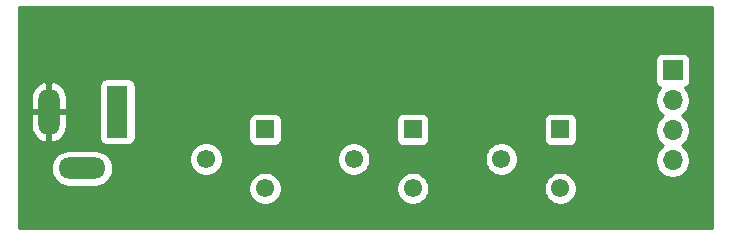
<source format=gbr>
%TF.GenerationSoftware,KiCad,Pcbnew,(5.1.6)-1*%
%TF.CreationDate,2020-12-19T18:50:18-05:00*%
%TF.ProjectId,driver_RGB,64726976-6572-45f5-9247-422e6b696361,rev?*%
%TF.SameCoordinates,Original*%
%TF.FileFunction,Copper,L2,Bot*%
%TF.FilePolarity,Positive*%
%FSLAX46Y46*%
G04 Gerber Fmt 4.6, Leading zero omitted, Abs format (unit mm)*
G04 Created by KiCad (PCBNEW (5.1.6)-1) date 2020-12-19 18:50:18*
%MOMM*%
%LPD*%
G01*
G04 APERTURE LIST*
%TA.AperFunction,ComponentPad*%
%ADD10C,1.550000*%
%TD*%
%TA.AperFunction,ComponentPad*%
%ADD11R,1.550000X1.550000*%
%TD*%
%TA.AperFunction,ComponentPad*%
%ADD12R,1.800000X4.400000*%
%TD*%
%TA.AperFunction,ComponentPad*%
%ADD13O,1.800000X4.000000*%
%TD*%
%TA.AperFunction,ComponentPad*%
%ADD14O,4.000000X1.800000*%
%TD*%
%TA.AperFunction,ComponentPad*%
%ADD15O,1.700000X1.700000*%
%TD*%
%TA.AperFunction,ComponentPad*%
%ADD16R,1.700000X1.700000*%
%TD*%
%TA.AperFunction,ViaPad*%
%ADD17C,0.800000*%
%TD*%
%TA.AperFunction,Conductor*%
%ADD18C,0.254000*%
%TD*%
G04 APERTURE END LIST*
D10*
%TO.P,RV3,2*%
%TO.N,Net-(R7-Pad1)*%
X144500000Y-93000000D03*
D11*
%TO.P,RV3,1*%
%TO.N,+12V*%
X149500000Y-90500000D03*
D10*
%TO.P,RV3,3*%
%TO.N,N/C*%
X149500000Y-95500000D03*
%TD*%
%TO.P,RV2,2*%
%TO.N,Net-(R4-Pad1)*%
X119500000Y-93000000D03*
D11*
%TO.P,RV2,1*%
%TO.N,+12V*%
X124500000Y-90500000D03*
D10*
%TO.P,RV2,3*%
%TO.N,N/C*%
X124500000Y-95500000D03*
%TD*%
%TO.P,RV1,2*%
%TO.N,Net-(R1-Pad1)*%
X132000000Y-93000000D03*
D11*
%TO.P,RV1,1*%
%TO.N,+12V*%
X137000000Y-90500000D03*
D10*
%TO.P,RV1,3*%
%TO.N,N/C*%
X137000000Y-95500000D03*
%TD*%
D12*
%TO.P,J2,1*%
%TO.N,+12V*%
X112000000Y-89000000D03*
D13*
%TO.P,J2,2*%
%TO.N,GND*%
X106200000Y-89000000D03*
D14*
%TO.P,J2,3*%
%TO.N,N/C*%
X109000000Y-93800000D03*
%TD*%
D15*
%TO.P,J1,4*%
%TO.N,/BLUE/BLUE*%
X159000000Y-93120000D03*
%TO.P,J1,3*%
%TO.N,/RED/RED*%
X159000000Y-90580000D03*
%TO.P,J1,2*%
%TO.N,/GREEN/GREEN*%
X159000000Y-88040000D03*
D16*
%TO.P,J1,1*%
%TO.N,+12V*%
X159000000Y-85500000D03*
%TD*%
D17*
%TO.N,GND*%
X143690000Y-82540000D03*
X134400000Y-88040000D03*
X130910000Y-82520000D03*
X122100000Y-88080000D03*
X147100000Y-88170000D03*
X156470000Y-87120000D03*
X156790000Y-91400000D03*
X157340000Y-95420000D03*
%TD*%
D18*
%TO.N,GND*%
G36*
X162340001Y-98840000D02*
G01*
X103660000Y-98840000D01*
X103660000Y-95361127D01*
X123090000Y-95361127D01*
X123090000Y-95638873D01*
X123144186Y-95911282D01*
X123250475Y-96167885D01*
X123404782Y-96398822D01*
X123601178Y-96595218D01*
X123832115Y-96749525D01*
X124088718Y-96855814D01*
X124361127Y-96910000D01*
X124638873Y-96910000D01*
X124911282Y-96855814D01*
X125167885Y-96749525D01*
X125398822Y-96595218D01*
X125595218Y-96398822D01*
X125749525Y-96167885D01*
X125855814Y-95911282D01*
X125910000Y-95638873D01*
X125910000Y-95361127D01*
X135590000Y-95361127D01*
X135590000Y-95638873D01*
X135644186Y-95911282D01*
X135750475Y-96167885D01*
X135904782Y-96398822D01*
X136101178Y-96595218D01*
X136332115Y-96749525D01*
X136588718Y-96855814D01*
X136861127Y-96910000D01*
X137138873Y-96910000D01*
X137411282Y-96855814D01*
X137667885Y-96749525D01*
X137898822Y-96595218D01*
X138095218Y-96398822D01*
X138249525Y-96167885D01*
X138355814Y-95911282D01*
X138410000Y-95638873D01*
X138410000Y-95361127D01*
X148090000Y-95361127D01*
X148090000Y-95638873D01*
X148144186Y-95911282D01*
X148250475Y-96167885D01*
X148404782Y-96398822D01*
X148601178Y-96595218D01*
X148832115Y-96749525D01*
X149088718Y-96855814D01*
X149361127Y-96910000D01*
X149638873Y-96910000D01*
X149911282Y-96855814D01*
X150167885Y-96749525D01*
X150398822Y-96595218D01*
X150595218Y-96398822D01*
X150749525Y-96167885D01*
X150855814Y-95911282D01*
X150910000Y-95638873D01*
X150910000Y-95361127D01*
X150855814Y-95088718D01*
X150749525Y-94832115D01*
X150595218Y-94601178D01*
X150398822Y-94404782D01*
X150167885Y-94250475D01*
X149911282Y-94144186D01*
X149638873Y-94090000D01*
X149361127Y-94090000D01*
X149088718Y-94144186D01*
X148832115Y-94250475D01*
X148601178Y-94404782D01*
X148404782Y-94601178D01*
X148250475Y-94832115D01*
X148144186Y-95088718D01*
X148090000Y-95361127D01*
X138410000Y-95361127D01*
X138355814Y-95088718D01*
X138249525Y-94832115D01*
X138095218Y-94601178D01*
X137898822Y-94404782D01*
X137667885Y-94250475D01*
X137411282Y-94144186D01*
X137138873Y-94090000D01*
X136861127Y-94090000D01*
X136588718Y-94144186D01*
X136332115Y-94250475D01*
X136101178Y-94404782D01*
X135904782Y-94601178D01*
X135750475Y-94832115D01*
X135644186Y-95088718D01*
X135590000Y-95361127D01*
X125910000Y-95361127D01*
X125855814Y-95088718D01*
X125749525Y-94832115D01*
X125595218Y-94601178D01*
X125398822Y-94404782D01*
X125167885Y-94250475D01*
X124911282Y-94144186D01*
X124638873Y-94090000D01*
X124361127Y-94090000D01*
X124088718Y-94144186D01*
X123832115Y-94250475D01*
X123601178Y-94404782D01*
X123404782Y-94601178D01*
X123250475Y-94832115D01*
X123144186Y-95088718D01*
X123090000Y-95361127D01*
X103660000Y-95361127D01*
X103660000Y-93800000D01*
X106357573Y-93800000D01*
X106387210Y-94100913D01*
X106474983Y-94390261D01*
X106617519Y-94656927D01*
X106809339Y-94890661D01*
X107043073Y-95082481D01*
X107309739Y-95225017D01*
X107599087Y-95312790D01*
X107824592Y-95335000D01*
X110175408Y-95335000D01*
X110400913Y-95312790D01*
X110690261Y-95225017D01*
X110956927Y-95082481D01*
X111190661Y-94890661D01*
X111382481Y-94656927D01*
X111525017Y-94390261D01*
X111612790Y-94100913D01*
X111642427Y-93800000D01*
X111612790Y-93499087D01*
X111525017Y-93209739D01*
X111382481Y-92943073D01*
X111315230Y-92861127D01*
X118090000Y-92861127D01*
X118090000Y-93138873D01*
X118144186Y-93411282D01*
X118250475Y-93667885D01*
X118404782Y-93898822D01*
X118601178Y-94095218D01*
X118832115Y-94249525D01*
X119088718Y-94355814D01*
X119361127Y-94410000D01*
X119638873Y-94410000D01*
X119911282Y-94355814D01*
X120167885Y-94249525D01*
X120398822Y-94095218D01*
X120595218Y-93898822D01*
X120749525Y-93667885D01*
X120855814Y-93411282D01*
X120910000Y-93138873D01*
X120910000Y-92861127D01*
X130590000Y-92861127D01*
X130590000Y-93138873D01*
X130644186Y-93411282D01*
X130750475Y-93667885D01*
X130904782Y-93898822D01*
X131101178Y-94095218D01*
X131332115Y-94249525D01*
X131588718Y-94355814D01*
X131861127Y-94410000D01*
X132138873Y-94410000D01*
X132411282Y-94355814D01*
X132667885Y-94249525D01*
X132898822Y-94095218D01*
X133095218Y-93898822D01*
X133249525Y-93667885D01*
X133355814Y-93411282D01*
X133410000Y-93138873D01*
X133410000Y-92861127D01*
X143090000Y-92861127D01*
X143090000Y-93138873D01*
X143144186Y-93411282D01*
X143250475Y-93667885D01*
X143404782Y-93898822D01*
X143601178Y-94095218D01*
X143832115Y-94249525D01*
X144088718Y-94355814D01*
X144361127Y-94410000D01*
X144638873Y-94410000D01*
X144911282Y-94355814D01*
X145167885Y-94249525D01*
X145398822Y-94095218D01*
X145595218Y-93898822D01*
X145749525Y-93667885D01*
X145855814Y-93411282D01*
X145910000Y-93138873D01*
X145910000Y-92861127D01*
X145855814Y-92588718D01*
X145749525Y-92332115D01*
X145595218Y-92101178D01*
X145398822Y-91904782D01*
X145167885Y-91750475D01*
X144911282Y-91644186D01*
X144638873Y-91590000D01*
X144361127Y-91590000D01*
X144088718Y-91644186D01*
X143832115Y-91750475D01*
X143601178Y-91904782D01*
X143404782Y-92101178D01*
X143250475Y-92332115D01*
X143144186Y-92588718D01*
X143090000Y-92861127D01*
X133410000Y-92861127D01*
X133355814Y-92588718D01*
X133249525Y-92332115D01*
X133095218Y-92101178D01*
X132898822Y-91904782D01*
X132667885Y-91750475D01*
X132411282Y-91644186D01*
X132138873Y-91590000D01*
X131861127Y-91590000D01*
X131588718Y-91644186D01*
X131332115Y-91750475D01*
X131101178Y-91904782D01*
X130904782Y-92101178D01*
X130750475Y-92332115D01*
X130644186Y-92588718D01*
X130590000Y-92861127D01*
X120910000Y-92861127D01*
X120855814Y-92588718D01*
X120749525Y-92332115D01*
X120595218Y-92101178D01*
X120398822Y-91904782D01*
X120167885Y-91750475D01*
X119911282Y-91644186D01*
X119638873Y-91590000D01*
X119361127Y-91590000D01*
X119088718Y-91644186D01*
X118832115Y-91750475D01*
X118601178Y-91904782D01*
X118404782Y-92101178D01*
X118250475Y-92332115D01*
X118144186Y-92588718D01*
X118090000Y-92861127D01*
X111315230Y-92861127D01*
X111190661Y-92709339D01*
X110956927Y-92517519D01*
X110690261Y-92374983D01*
X110400913Y-92287210D01*
X110175408Y-92265000D01*
X107824592Y-92265000D01*
X107599087Y-92287210D01*
X107309739Y-92374983D01*
X107043073Y-92517519D01*
X106809339Y-92709339D01*
X106617519Y-92943073D01*
X106474983Y-93209739D01*
X106387210Y-93499087D01*
X106357573Y-93800000D01*
X103660000Y-93800000D01*
X103660000Y-89127000D01*
X104665000Y-89127000D01*
X104665000Y-90227000D01*
X104719271Y-90524023D01*
X104830446Y-90804751D01*
X104994252Y-91058396D01*
X105204394Y-91275210D01*
X105452796Y-91446862D01*
X105729913Y-91566755D01*
X105835260Y-91591036D01*
X106073000Y-91470378D01*
X106073000Y-89127000D01*
X106327000Y-89127000D01*
X106327000Y-91470378D01*
X106564740Y-91591036D01*
X106670087Y-91566755D01*
X106947204Y-91446862D01*
X107195606Y-91275210D01*
X107405748Y-91058396D01*
X107569554Y-90804751D01*
X107680729Y-90524023D01*
X107735000Y-90227000D01*
X107735000Y-89127000D01*
X106327000Y-89127000D01*
X106073000Y-89127000D01*
X104665000Y-89127000D01*
X103660000Y-89127000D01*
X103660000Y-87773000D01*
X104665000Y-87773000D01*
X104665000Y-88873000D01*
X106073000Y-88873000D01*
X106073000Y-86529622D01*
X106327000Y-86529622D01*
X106327000Y-88873000D01*
X107735000Y-88873000D01*
X107735000Y-87773000D01*
X107680729Y-87475977D01*
X107569554Y-87195249D01*
X107405748Y-86941604D01*
X107268502Y-86800000D01*
X110461928Y-86800000D01*
X110461928Y-91200000D01*
X110474188Y-91324482D01*
X110510498Y-91444180D01*
X110569463Y-91554494D01*
X110648815Y-91651185D01*
X110745506Y-91730537D01*
X110855820Y-91789502D01*
X110975518Y-91825812D01*
X111100000Y-91838072D01*
X112900000Y-91838072D01*
X113024482Y-91825812D01*
X113144180Y-91789502D01*
X113254494Y-91730537D01*
X113351185Y-91651185D01*
X113430537Y-91554494D01*
X113489502Y-91444180D01*
X113525812Y-91324482D01*
X113538072Y-91200000D01*
X113538072Y-89725000D01*
X123086928Y-89725000D01*
X123086928Y-91275000D01*
X123099188Y-91399482D01*
X123135498Y-91519180D01*
X123194463Y-91629494D01*
X123273815Y-91726185D01*
X123370506Y-91805537D01*
X123480820Y-91864502D01*
X123600518Y-91900812D01*
X123725000Y-91913072D01*
X125275000Y-91913072D01*
X125399482Y-91900812D01*
X125519180Y-91864502D01*
X125629494Y-91805537D01*
X125726185Y-91726185D01*
X125805537Y-91629494D01*
X125864502Y-91519180D01*
X125900812Y-91399482D01*
X125913072Y-91275000D01*
X125913072Y-89725000D01*
X135586928Y-89725000D01*
X135586928Y-91275000D01*
X135599188Y-91399482D01*
X135635498Y-91519180D01*
X135694463Y-91629494D01*
X135773815Y-91726185D01*
X135870506Y-91805537D01*
X135980820Y-91864502D01*
X136100518Y-91900812D01*
X136225000Y-91913072D01*
X137775000Y-91913072D01*
X137899482Y-91900812D01*
X138019180Y-91864502D01*
X138129494Y-91805537D01*
X138226185Y-91726185D01*
X138305537Y-91629494D01*
X138364502Y-91519180D01*
X138400812Y-91399482D01*
X138413072Y-91275000D01*
X138413072Y-89725000D01*
X148086928Y-89725000D01*
X148086928Y-91275000D01*
X148099188Y-91399482D01*
X148135498Y-91519180D01*
X148194463Y-91629494D01*
X148273815Y-91726185D01*
X148370506Y-91805537D01*
X148480820Y-91864502D01*
X148600518Y-91900812D01*
X148725000Y-91913072D01*
X150275000Y-91913072D01*
X150399482Y-91900812D01*
X150519180Y-91864502D01*
X150629494Y-91805537D01*
X150726185Y-91726185D01*
X150805537Y-91629494D01*
X150864502Y-91519180D01*
X150900812Y-91399482D01*
X150913072Y-91275000D01*
X150913072Y-89725000D01*
X150900812Y-89600518D01*
X150864502Y-89480820D01*
X150805537Y-89370506D01*
X150726185Y-89273815D01*
X150629494Y-89194463D01*
X150519180Y-89135498D01*
X150399482Y-89099188D01*
X150275000Y-89086928D01*
X148725000Y-89086928D01*
X148600518Y-89099188D01*
X148480820Y-89135498D01*
X148370506Y-89194463D01*
X148273815Y-89273815D01*
X148194463Y-89370506D01*
X148135498Y-89480820D01*
X148099188Y-89600518D01*
X148086928Y-89725000D01*
X138413072Y-89725000D01*
X138400812Y-89600518D01*
X138364502Y-89480820D01*
X138305537Y-89370506D01*
X138226185Y-89273815D01*
X138129494Y-89194463D01*
X138019180Y-89135498D01*
X137899482Y-89099188D01*
X137775000Y-89086928D01*
X136225000Y-89086928D01*
X136100518Y-89099188D01*
X135980820Y-89135498D01*
X135870506Y-89194463D01*
X135773815Y-89273815D01*
X135694463Y-89370506D01*
X135635498Y-89480820D01*
X135599188Y-89600518D01*
X135586928Y-89725000D01*
X125913072Y-89725000D01*
X125900812Y-89600518D01*
X125864502Y-89480820D01*
X125805537Y-89370506D01*
X125726185Y-89273815D01*
X125629494Y-89194463D01*
X125519180Y-89135498D01*
X125399482Y-89099188D01*
X125275000Y-89086928D01*
X123725000Y-89086928D01*
X123600518Y-89099188D01*
X123480820Y-89135498D01*
X123370506Y-89194463D01*
X123273815Y-89273815D01*
X123194463Y-89370506D01*
X123135498Y-89480820D01*
X123099188Y-89600518D01*
X123086928Y-89725000D01*
X113538072Y-89725000D01*
X113538072Y-86800000D01*
X113525812Y-86675518D01*
X113489502Y-86555820D01*
X113430537Y-86445506D01*
X113351185Y-86348815D01*
X113254494Y-86269463D01*
X113144180Y-86210498D01*
X113024482Y-86174188D01*
X112900000Y-86161928D01*
X111100000Y-86161928D01*
X110975518Y-86174188D01*
X110855820Y-86210498D01*
X110745506Y-86269463D01*
X110648815Y-86348815D01*
X110569463Y-86445506D01*
X110510498Y-86555820D01*
X110474188Y-86675518D01*
X110461928Y-86800000D01*
X107268502Y-86800000D01*
X107195606Y-86724790D01*
X106947204Y-86553138D01*
X106670087Y-86433245D01*
X106564740Y-86408964D01*
X106327000Y-86529622D01*
X106073000Y-86529622D01*
X105835260Y-86408964D01*
X105729913Y-86433245D01*
X105452796Y-86553138D01*
X105204394Y-86724790D01*
X104994252Y-86941604D01*
X104830446Y-87195249D01*
X104719271Y-87475977D01*
X104665000Y-87773000D01*
X103660000Y-87773000D01*
X103660000Y-84650000D01*
X157511928Y-84650000D01*
X157511928Y-86350000D01*
X157524188Y-86474482D01*
X157560498Y-86594180D01*
X157619463Y-86704494D01*
X157698815Y-86801185D01*
X157795506Y-86880537D01*
X157905820Y-86939502D01*
X157978380Y-86961513D01*
X157846525Y-87093368D01*
X157684010Y-87336589D01*
X157572068Y-87606842D01*
X157515000Y-87893740D01*
X157515000Y-88186260D01*
X157572068Y-88473158D01*
X157684010Y-88743411D01*
X157846525Y-88986632D01*
X158053368Y-89193475D01*
X158227760Y-89310000D01*
X158053368Y-89426525D01*
X157846525Y-89633368D01*
X157684010Y-89876589D01*
X157572068Y-90146842D01*
X157515000Y-90433740D01*
X157515000Y-90726260D01*
X157572068Y-91013158D01*
X157684010Y-91283411D01*
X157846525Y-91526632D01*
X158053368Y-91733475D01*
X158227760Y-91850000D01*
X158053368Y-91966525D01*
X157846525Y-92173368D01*
X157684010Y-92416589D01*
X157572068Y-92686842D01*
X157515000Y-92973740D01*
X157515000Y-93266260D01*
X157572068Y-93553158D01*
X157684010Y-93823411D01*
X157846525Y-94066632D01*
X158053368Y-94273475D01*
X158296589Y-94435990D01*
X158566842Y-94547932D01*
X158853740Y-94605000D01*
X159146260Y-94605000D01*
X159433158Y-94547932D01*
X159703411Y-94435990D01*
X159946632Y-94273475D01*
X160153475Y-94066632D01*
X160315990Y-93823411D01*
X160427932Y-93553158D01*
X160485000Y-93266260D01*
X160485000Y-92973740D01*
X160427932Y-92686842D01*
X160315990Y-92416589D01*
X160153475Y-92173368D01*
X159946632Y-91966525D01*
X159772240Y-91850000D01*
X159946632Y-91733475D01*
X160153475Y-91526632D01*
X160315990Y-91283411D01*
X160427932Y-91013158D01*
X160485000Y-90726260D01*
X160485000Y-90433740D01*
X160427932Y-90146842D01*
X160315990Y-89876589D01*
X160153475Y-89633368D01*
X159946632Y-89426525D01*
X159772240Y-89310000D01*
X159946632Y-89193475D01*
X160153475Y-88986632D01*
X160315990Y-88743411D01*
X160427932Y-88473158D01*
X160485000Y-88186260D01*
X160485000Y-87893740D01*
X160427932Y-87606842D01*
X160315990Y-87336589D01*
X160153475Y-87093368D01*
X160021620Y-86961513D01*
X160094180Y-86939502D01*
X160204494Y-86880537D01*
X160301185Y-86801185D01*
X160380537Y-86704494D01*
X160439502Y-86594180D01*
X160475812Y-86474482D01*
X160488072Y-86350000D01*
X160488072Y-84650000D01*
X160475812Y-84525518D01*
X160439502Y-84405820D01*
X160380537Y-84295506D01*
X160301185Y-84198815D01*
X160204494Y-84119463D01*
X160094180Y-84060498D01*
X159974482Y-84024188D01*
X159850000Y-84011928D01*
X158150000Y-84011928D01*
X158025518Y-84024188D01*
X157905820Y-84060498D01*
X157795506Y-84119463D01*
X157698815Y-84198815D01*
X157619463Y-84295506D01*
X157560498Y-84405820D01*
X157524188Y-84525518D01*
X157511928Y-84650000D01*
X103660000Y-84650000D01*
X103660000Y-80160000D01*
X162340000Y-80160000D01*
X162340001Y-98840000D01*
G37*
X162340001Y-98840000D02*
X103660000Y-98840000D01*
X103660000Y-95361127D01*
X123090000Y-95361127D01*
X123090000Y-95638873D01*
X123144186Y-95911282D01*
X123250475Y-96167885D01*
X123404782Y-96398822D01*
X123601178Y-96595218D01*
X123832115Y-96749525D01*
X124088718Y-96855814D01*
X124361127Y-96910000D01*
X124638873Y-96910000D01*
X124911282Y-96855814D01*
X125167885Y-96749525D01*
X125398822Y-96595218D01*
X125595218Y-96398822D01*
X125749525Y-96167885D01*
X125855814Y-95911282D01*
X125910000Y-95638873D01*
X125910000Y-95361127D01*
X135590000Y-95361127D01*
X135590000Y-95638873D01*
X135644186Y-95911282D01*
X135750475Y-96167885D01*
X135904782Y-96398822D01*
X136101178Y-96595218D01*
X136332115Y-96749525D01*
X136588718Y-96855814D01*
X136861127Y-96910000D01*
X137138873Y-96910000D01*
X137411282Y-96855814D01*
X137667885Y-96749525D01*
X137898822Y-96595218D01*
X138095218Y-96398822D01*
X138249525Y-96167885D01*
X138355814Y-95911282D01*
X138410000Y-95638873D01*
X138410000Y-95361127D01*
X148090000Y-95361127D01*
X148090000Y-95638873D01*
X148144186Y-95911282D01*
X148250475Y-96167885D01*
X148404782Y-96398822D01*
X148601178Y-96595218D01*
X148832115Y-96749525D01*
X149088718Y-96855814D01*
X149361127Y-96910000D01*
X149638873Y-96910000D01*
X149911282Y-96855814D01*
X150167885Y-96749525D01*
X150398822Y-96595218D01*
X150595218Y-96398822D01*
X150749525Y-96167885D01*
X150855814Y-95911282D01*
X150910000Y-95638873D01*
X150910000Y-95361127D01*
X150855814Y-95088718D01*
X150749525Y-94832115D01*
X150595218Y-94601178D01*
X150398822Y-94404782D01*
X150167885Y-94250475D01*
X149911282Y-94144186D01*
X149638873Y-94090000D01*
X149361127Y-94090000D01*
X149088718Y-94144186D01*
X148832115Y-94250475D01*
X148601178Y-94404782D01*
X148404782Y-94601178D01*
X148250475Y-94832115D01*
X148144186Y-95088718D01*
X148090000Y-95361127D01*
X138410000Y-95361127D01*
X138355814Y-95088718D01*
X138249525Y-94832115D01*
X138095218Y-94601178D01*
X137898822Y-94404782D01*
X137667885Y-94250475D01*
X137411282Y-94144186D01*
X137138873Y-94090000D01*
X136861127Y-94090000D01*
X136588718Y-94144186D01*
X136332115Y-94250475D01*
X136101178Y-94404782D01*
X135904782Y-94601178D01*
X135750475Y-94832115D01*
X135644186Y-95088718D01*
X135590000Y-95361127D01*
X125910000Y-95361127D01*
X125855814Y-95088718D01*
X125749525Y-94832115D01*
X125595218Y-94601178D01*
X125398822Y-94404782D01*
X125167885Y-94250475D01*
X124911282Y-94144186D01*
X124638873Y-94090000D01*
X124361127Y-94090000D01*
X124088718Y-94144186D01*
X123832115Y-94250475D01*
X123601178Y-94404782D01*
X123404782Y-94601178D01*
X123250475Y-94832115D01*
X123144186Y-95088718D01*
X123090000Y-95361127D01*
X103660000Y-95361127D01*
X103660000Y-93800000D01*
X106357573Y-93800000D01*
X106387210Y-94100913D01*
X106474983Y-94390261D01*
X106617519Y-94656927D01*
X106809339Y-94890661D01*
X107043073Y-95082481D01*
X107309739Y-95225017D01*
X107599087Y-95312790D01*
X107824592Y-95335000D01*
X110175408Y-95335000D01*
X110400913Y-95312790D01*
X110690261Y-95225017D01*
X110956927Y-95082481D01*
X111190661Y-94890661D01*
X111382481Y-94656927D01*
X111525017Y-94390261D01*
X111612790Y-94100913D01*
X111642427Y-93800000D01*
X111612790Y-93499087D01*
X111525017Y-93209739D01*
X111382481Y-92943073D01*
X111315230Y-92861127D01*
X118090000Y-92861127D01*
X118090000Y-93138873D01*
X118144186Y-93411282D01*
X118250475Y-93667885D01*
X118404782Y-93898822D01*
X118601178Y-94095218D01*
X118832115Y-94249525D01*
X119088718Y-94355814D01*
X119361127Y-94410000D01*
X119638873Y-94410000D01*
X119911282Y-94355814D01*
X120167885Y-94249525D01*
X120398822Y-94095218D01*
X120595218Y-93898822D01*
X120749525Y-93667885D01*
X120855814Y-93411282D01*
X120910000Y-93138873D01*
X120910000Y-92861127D01*
X130590000Y-92861127D01*
X130590000Y-93138873D01*
X130644186Y-93411282D01*
X130750475Y-93667885D01*
X130904782Y-93898822D01*
X131101178Y-94095218D01*
X131332115Y-94249525D01*
X131588718Y-94355814D01*
X131861127Y-94410000D01*
X132138873Y-94410000D01*
X132411282Y-94355814D01*
X132667885Y-94249525D01*
X132898822Y-94095218D01*
X133095218Y-93898822D01*
X133249525Y-93667885D01*
X133355814Y-93411282D01*
X133410000Y-93138873D01*
X133410000Y-92861127D01*
X143090000Y-92861127D01*
X143090000Y-93138873D01*
X143144186Y-93411282D01*
X143250475Y-93667885D01*
X143404782Y-93898822D01*
X143601178Y-94095218D01*
X143832115Y-94249525D01*
X144088718Y-94355814D01*
X144361127Y-94410000D01*
X144638873Y-94410000D01*
X144911282Y-94355814D01*
X145167885Y-94249525D01*
X145398822Y-94095218D01*
X145595218Y-93898822D01*
X145749525Y-93667885D01*
X145855814Y-93411282D01*
X145910000Y-93138873D01*
X145910000Y-92861127D01*
X145855814Y-92588718D01*
X145749525Y-92332115D01*
X145595218Y-92101178D01*
X145398822Y-91904782D01*
X145167885Y-91750475D01*
X144911282Y-91644186D01*
X144638873Y-91590000D01*
X144361127Y-91590000D01*
X144088718Y-91644186D01*
X143832115Y-91750475D01*
X143601178Y-91904782D01*
X143404782Y-92101178D01*
X143250475Y-92332115D01*
X143144186Y-92588718D01*
X143090000Y-92861127D01*
X133410000Y-92861127D01*
X133355814Y-92588718D01*
X133249525Y-92332115D01*
X133095218Y-92101178D01*
X132898822Y-91904782D01*
X132667885Y-91750475D01*
X132411282Y-91644186D01*
X132138873Y-91590000D01*
X131861127Y-91590000D01*
X131588718Y-91644186D01*
X131332115Y-91750475D01*
X131101178Y-91904782D01*
X130904782Y-92101178D01*
X130750475Y-92332115D01*
X130644186Y-92588718D01*
X130590000Y-92861127D01*
X120910000Y-92861127D01*
X120855814Y-92588718D01*
X120749525Y-92332115D01*
X120595218Y-92101178D01*
X120398822Y-91904782D01*
X120167885Y-91750475D01*
X119911282Y-91644186D01*
X119638873Y-91590000D01*
X119361127Y-91590000D01*
X119088718Y-91644186D01*
X118832115Y-91750475D01*
X118601178Y-91904782D01*
X118404782Y-92101178D01*
X118250475Y-92332115D01*
X118144186Y-92588718D01*
X118090000Y-92861127D01*
X111315230Y-92861127D01*
X111190661Y-92709339D01*
X110956927Y-92517519D01*
X110690261Y-92374983D01*
X110400913Y-92287210D01*
X110175408Y-92265000D01*
X107824592Y-92265000D01*
X107599087Y-92287210D01*
X107309739Y-92374983D01*
X107043073Y-92517519D01*
X106809339Y-92709339D01*
X106617519Y-92943073D01*
X106474983Y-93209739D01*
X106387210Y-93499087D01*
X106357573Y-93800000D01*
X103660000Y-93800000D01*
X103660000Y-89127000D01*
X104665000Y-89127000D01*
X104665000Y-90227000D01*
X104719271Y-90524023D01*
X104830446Y-90804751D01*
X104994252Y-91058396D01*
X105204394Y-91275210D01*
X105452796Y-91446862D01*
X105729913Y-91566755D01*
X105835260Y-91591036D01*
X106073000Y-91470378D01*
X106073000Y-89127000D01*
X106327000Y-89127000D01*
X106327000Y-91470378D01*
X106564740Y-91591036D01*
X106670087Y-91566755D01*
X106947204Y-91446862D01*
X107195606Y-91275210D01*
X107405748Y-91058396D01*
X107569554Y-90804751D01*
X107680729Y-90524023D01*
X107735000Y-90227000D01*
X107735000Y-89127000D01*
X106327000Y-89127000D01*
X106073000Y-89127000D01*
X104665000Y-89127000D01*
X103660000Y-89127000D01*
X103660000Y-87773000D01*
X104665000Y-87773000D01*
X104665000Y-88873000D01*
X106073000Y-88873000D01*
X106073000Y-86529622D01*
X106327000Y-86529622D01*
X106327000Y-88873000D01*
X107735000Y-88873000D01*
X107735000Y-87773000D01*
X107680729Y-87475977D01*
X107569554Y-87195249D01*
X107405748Y-86941604D01*
X107268502Y-86800000D01*
X110461928Y-86800000D01*
X110461928Y-91200000D01*
X110474188Y-91324482D01*
X110510498Y-91444180D01*
X110569463Y-91554494D01*
X110648815Y-91651185D01*
X110745506Y-91730537D01*
X110855820Y-91789502D01*
X110975518Y-91825812D01*
X111100000Y-91838072D01*
X112900000Y-91838072D01*
X113024482Y-91825812D01*
X113144180Y-91789502D01*
X113254494Y-91730537D01*
X113351185Y-91651185D01*
X113430537Y-91554494D01*
X113489502Y-91444180D01*
X113525812Y-91324482D01*
X113538072Y-91200000D01*
X113538072Y-89725000D01*
X123086928Y-89725000D01*
X123086928Y-91275000D01*
X123099188Y-91399482D01*
X123135498Y-91519180D01*
X123194463Y-91629494D01*
X123273815Y-91726185D01*
X123370506Y-91805537D01*
X123480820Y-91864502D01*
X123600518Y-91900812D01*
X123725000Y-91913072D01*
X125275000Y-91913072D01*
X125399482Y-91900812D01*
X125519180Y-91864502D01*
X125629494Y-91805537D01*
X125726185Y-91726185D01*
X125805537Y-91629494D01*
X125864502Y-91519180D01*
X125900812Y-91399482D01*
X125913072Y-91275000D01*
X125913072Y-89725000D01*
X135586928Y-89725000D01*
X135586928Y-91275000D01*
X135599188Y-91399482D01*
X135635498Y-91519180D01*
X135694463Y-91629494D01*
X135773815Y-91726185D01*
X135870506Y-91805537D01*
X135980820Y-91864502D01*
X136100518Y-91900812D01*
X136225000Y-91913072D01*
X137775000Y-91913072D01*
X137899482Y-91900812D01*
X138019180Y-91864502D01*
X138129494Y-91805537D01*
X138226185Y-91726185D01*
X138305537Y-91629494D01*
X138364502Y-91519180D01*
X138400812Y-91399482D01*
X138413072Y-91275000D01*
X138413072Y-89725000D01*
X148086928Y-89725000D01*
X148086928Y-91275000D01*
X148099188Y-91399482D01*
X148135498Y-91519180D01*
X148194463Y-91629494D01*
X148273815Y-91726185D01*
X148370506Y-91805537D01*
X148480820Y-91864502D01*
X148600518Y-91900812D01*
X148725000Y-91913072D01*
X150275000Y-91913072D01*
X150399482Y-91900812D01*
X150519180Y-91864502D01*
X150629494Y-91805537D01*
X150726185Y-91726185D01*
X150805537Y-91629494D01*
X150864502Y-91519180D01*
X150900812Y-91399482D01*
X150913072Y-91275000D01*
X150913072Y-89725000D01*
X150900812Y-89600518D01*
X150864502Y-89480820D01*
X150805537Y-89370506D01*
X150726185Y-89273815D01*
X150629494Y-89194463D01*
X150519180Y-89135498D01*
X150399482Y-89099188D01*
X150275000Y-89086928D01*
X148725000Y-89086928D01*
X148600518Y-89099188D01*
X148480820Y-89135498D01*
X148370506Y-89194463D01*
X148273815Y-89273815D01*
X148194463Y-89370506D01*
X148135498Y-89480820D01*
X148099188Y-89600518D01*
X148086928Y-89725000D01*
X138413072Y-89725000D01*
X138400812Y-89600518D01*
X138364502Y-89480820D01*
X138305537Y-89370506D01*
X138226185Y-89273815D01*
X138129494Y-89194463D01*
X138019180Y-89135498D01*
X137899482Y-89099188D01*
X137775000Y-89086928D01*
X136225000Y-89086928D01*
X136100518Y-89099188D01*
X135980820Y-89135498D01*
X135870506Y-89194463D01*
X135773815Y-89273815D01*
X135694463Y-89370506D01*
X135635498Y-89480820D01*
X135599188Y-89600518D01*
X135586928Y-89725000D01*
X125913072Y-89725000D01*
X125900812Y-89600518D01*
X125864502Y-89480820D01*
X125805537Y-89370506D01*
X125726185Y-89273815D01*
X125629494Y-89194463D01*
X125519180Y-89135498D01*
X125399482Y-89099188D01*
X125275000Y-89086928D01*
X123725000Y-89086928D01*
X123600518Y-89099188D01*
X123480820Y-89135498D01*
X123370506Y-89194463D01*
X123273815Y-89273815D01*
X123194463Y-89370506D01*
X123135498Y-89480820D01*
X123099188Y-89600518D01*
X123086928Y-89725000D01*
X113538072Y-89725000D01*
X113538072Y-86800000D01*
X113525812Y-86675518D01*
X113489502Y-86555820D01*
X113430537Y-86445506D01*
X113351185Y-86348815D01*
X113254494Y-86269463D01*
X113144180Y-86210498D01*
X113024482Y-86174188D01*
X112900000Y-86161928D01*
X111100000Y-86161928D01*
X110975518Y-86174188D01*
X110855820Y-86210498D01*
X110745506Y-86269463D01*
X110648815Y-86348815D01*
X110569463Y-86445506D01*
X110510498Y-86555820D01*
X110474188Y-86675518D01*
X110461928Y-86800000D01*
X107268502Y-86800000D01*
X107195606Y-86724790D01*
X106947204Y-86553138D01*
X106670087Y-86433245D01*
X106564740Y-86408964D01*
X106327000Y-86529622D01*
X106073000Y-86529622D01*
X105835260Y-86408964D01*
X105729913Y-86433245D01*
X105452796Y-86553138D01*
X105204394Y-86724790D01*
X104994252Y-86941604D01*
X104830446Y-87195249D01*
X104719271Y-87475977D01*
X104665000Y-87773000D01*
X103660000Y-87773000D01*
X103660000Y-84650000D01*
X157511928Y-84650000D01*
X157511928Y-86350000D01*
X157524188Y-86474482D01*
X157560498Y-86594180D01*
X157619463Y-86704494D01*
X157698815Y-86801185D01*
X157795506Y-86880537D01*
X157905820Y-86939502D01*
X157978380Y-86961513D01*
X157846525Y-87093368D01*
X157684010Y-87336589D01*
X157572068Y-87606842D01*
X157515000Y-87893740D01*
X157515000Y-88186260D01*
X157572068Y-88473158D01*
X157684010Y-88743411D01*
X157846525Y-88986632D01*
X158053368Y-89193475D01*
X158227760Y-89310000D01*
X158053368Y-89426525D01*
X157846525Y-89633368D01*
X157684010Y-89876589D01*
X157572068Y-90146842D01*
X157515000Y-90433740D01*
X157515000Y-90726260D01*
X157572068Y-91013158D01*
X157684010Y-91283411D01*
X157846525Y-91526632D01*
X158053368Y-91733475D01*
X158227760Y-91850000D01*
X158053368Y-91966525D01*
X157846525Y-92173368D01*
X157684010Y-92416589D01*
X157572068Y-92686842D01*
X157515000Y-92973740D01*
X157515000Y-93266260D01*
X157572068Y-93553158D01*
X157684010Y-93823411D01*
X157846525Y-94066632D01*
X158053368Y-94273475D01*
X158296589Y-94435990D01*
X158566842Y-94547932D01*
X158853740Y-94605000D01*
X159146260Y-94605000D01*
X159433158Y-94547932D01*
X159703411Y-94435990D01*
X159946632Y-94273475D01*
X160153475Y-94066632D01*
X160315990Y-93823411D01*
X160427932Y-93553158D01*
X160485000Y-93266260D01*
X160485000Y-92973740D01*
X160427932Y-92686842D01*
X160315990Y-92416589D01*
X160153475Y-92173368D01*
X159946632Y-91966525D01*
X159772240Y-91850000D01*
X159946632Y-91733475D01*
X160153475Y-91526632D01*
X160315990Y-91283411D01*
X160427932Y-91013158D01*
X160485000Y-90726260D01*
X160485000Y-90433740D01*
X160427932Y-90146842D01*
X160315990Y-89876589D01*
X160153475Y-89633368D01*
X159946632Y-89426525D01*
X159772240Y-89310000D01*
X159946632Y-89193475D01*
X160153475Y-88986632D01*
X160315990Y-88743411D01*
X160427932Y-88473158D01*
X160485000Y-88186260D01*
X160485000Y-87893740D01*
X160427932Y-87606842D01*
X160315990Y-87336589D01*
X160153475Y-87093368D01*
X160021620Y-86961513D01*
X160094180Y-86939502D01*
X160204494Y-86880537D01*
X160301185Y-86801185D01*
X160380537Y-86704494D01*
X160439502Y-86594180D01*
X160475812Y-86474482D01*
X160488072Y-86350000D01*
X160488072Y-84650000D01*
X160475812Y-84525518D01*
X160439502Y-84405820D01*
X160380537Y-84295506D01*
X160301185Y-84198815D01*
X160204494Y-84119463D01*
X160094180Y-84060498D01*
X159974482Y-84024188D01*
X159850000Y-84011928D01*
X158150000Y-84011928D01*
X158025518Y-84024188D01*
X157905820Y-84060498D01*
X157795506Y-84119463D01*
X157698815Y-84198815D01*
X157619463Y-84295506D01*
X157560498Y-84405820D01*
X157524188Y-84525518D01*
X157511928Y-84650000D01*
X103660000Y-84650000D01*
X103660000Y-80160000D01*
X162340000Y-80160000D01*
X162340001Y-98840000D01*
%TD*%
M02*

</source>
